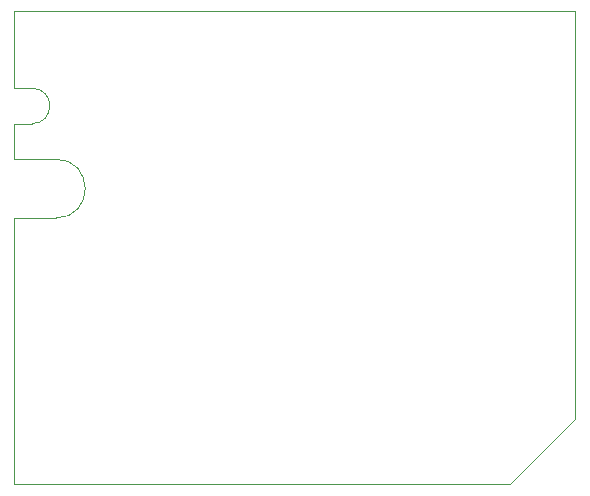
<source format=gbr>
G04 #@! TF.GenerationSoftware,KiCad,Pcbnew,5.1.8*
G04 #@! TF.CreationDate,2020-11-29T11:20:09+01:00*
G04 #@! TF.ProjectId,mssculpt,6d737363-756c-4707-942e-6b696361645f,rev?*
G04 #@! TF.SameCoordinates,Original*
G04 #@! TF.FileFunction,Profile,NP*
%FSLAX46Y46*%
G04 Gerber Fmt 4.6, Leading zero omitted, Abs format (unit mm)*
G04 Created by KiCad (PCBNEW 5.1.8) date 2020-11-29 11:20:09*
%MOMM*%
%LPD*%
G01*
G04 APERTURE LIST*
G04 #@! TA.AperFunction,Profile*
%ADD10C,0.050000*%
G04 #@! TD*
G04 APERTURE END LIST*
D10*
X150000000Y-92500000D02*
X150000000Y-89500000D01*
X153500000Y-92500000D02*
X150000000Y-92500000D01*
X150000000Y-97500000D02*
X153500000Y-97500000D01*
X153500000Y-92500000D02*
G75*
G02*
X153500000Y-97500000I0J-2500000D01*
G01*
X150000000Y-86500000D02*
X151500000Y-86500000D01*
X150000000Y-80000000D02*
X150000000Y-86500000D01*
X150000000Y-89500000D02*
X151500000Y-89500000D01*
X151500000Y-86500000D02*
G75*
G02*
X151500000Y-89500000I0J-1500000D01*
G01*
X150000000Y-120000000D02*
X150000000Y-97500000D01*
X192000000Y-120000000D02*
X150000000Y-120000000D01*
X197500000Y-114500000D02*
X192000000Y-120000000D01*
X197500000Y-100000000D02*
X197500000Y-114500000D01*
X197500000Y-80000000D02*
X197500000Y-100000000D01*
X150000000Y-80000000D02*
X197500000Y-80000000D01*
M02*

</source>
